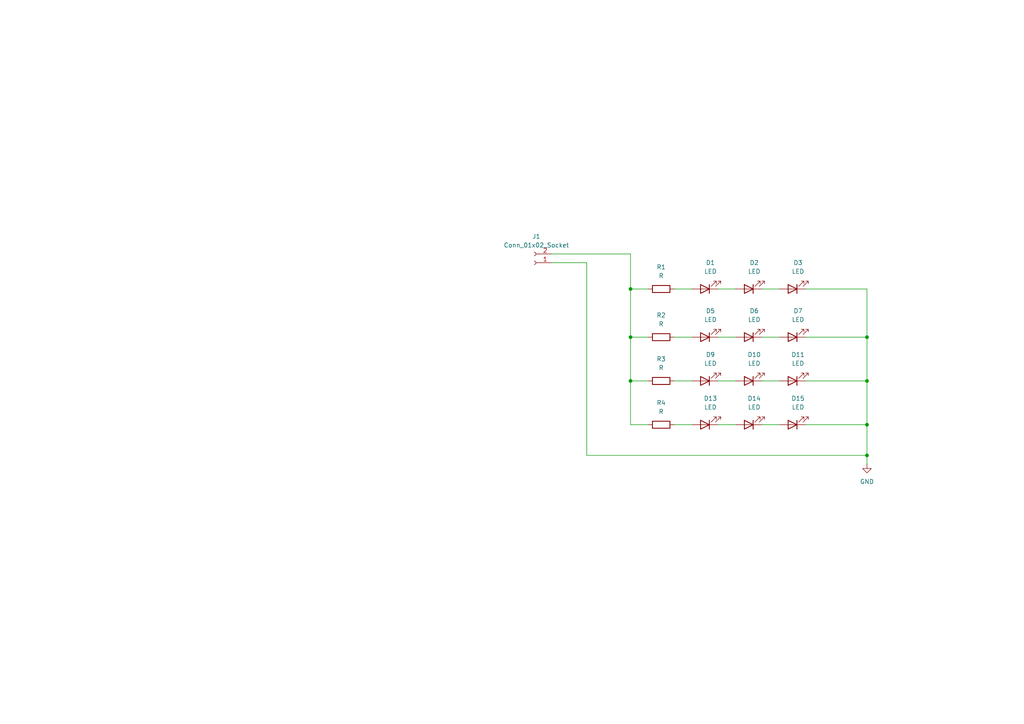
<source format=kicad_sch>
(kicad_sch (version 20250114) (generator "eeschema") (generator_version "9.0")
  (paper "A4")
  (lib_symbols
    (symbol "Connector:Conn_01x02_Socket" (pin_names (offset 1.016) (hide yes))
      (property "Reference" "J" (at 0 2.54 0))
      (property "Value" "Conn_01x02_Socket" (at 0 -5.08 0))
      (symbol "Conn_01x02_Socket_1_1"
        (polyline (pts (xy -1.27 0) (xy -0.508 0)) (stroke (width 0.1524)))
        (polyline (pts (xy -1.27 -2.54) (xy -0.508 -2.54)) (stroke (width 0.1524)))
        (arc (start 0 -0.508) (mid -0.5058 0) (end 0 0.508) (stroke (width 0.1524)))
        (arc (start 0 -3.048) (mid -0.5058 -2.54) (end 0 -2.032) (stroke (width 0.1524)))
        (pin passive line (at -5.08 0 0) (length 3.81) (name "Pin_1") (number "1"))
        (pin passive line (at -5.08 -2.54 0) (length 3.81) (name "Pin_2") (number "2"))
      )
    )
    (symbol "Device:LED" (pin_numbers (hide yes)) (pin_names (offset 1.016) (hide yes))
      (property "Reference" "D" (at 0 2.54 0))
      (property "Value" "LED" (at 0 -2.54 0))
      (symbol "LED_0_1"
        (polyline (pts (xy -3.048 -0.762) (xy -4.572 -2.286) (xy -3.81 -2.286) (xy -4.572 -2.286) (xy -4.572 -1.524)))
        (polyline (pts (xy -1.778 -0.762) (xy -3.302 -2.286) (xy -2.54 -2.286) (xy -3.302 -2.286) (xy -3.302 -1.524)))
        (polyline (pts (xy -1.27 0) (xy 1.27 0)))
        (polyline (pts (xy -1.27 -1.27) (xy -1.27 1.27)) (stroke (width 0.254)))
        (polyline (pts (xy 1.27 -1.27) (xy 1.27 1.27) (xy -1.27 0) (xy 1.27 -1.27)) (stroke (width 0.254)))
      )
      (symbol "LED_1_1"
        (pin passive line (at -3.81 0 0) (length 2.54) (name "K") (number "1"))
        (pin passive line (at 3.81 0 180) (length 2.54) (name "A") (number "2"))
      )
    )
    (symbol "Device:R" (pin_numbers (hide yes)) (pin_names (offset 0))
      (property "Reference" "R" (at 2.032 0 90))
      (property "Value" "R" (at 0 0 90))
      (symbol "R_0_1"
        (rectangle (start -1.016 -2.54) (end 1.016 2.54) (stroke (width 0.254)))
      )
      (symbol "R_1_1"
        (pin passive line (at 0 3.81 270) (length 1.27) (name "~") (number "1"))
        (pin passive line (at 0 -3.81 90) (length 1.27) (name "~") (number "2"))
      )
    )
    (symbol "power:GND" (power) (pin_numbers (hide yes)) (pin_names (offset 0) (hide yes))
      (property "Value" "GND" (at 0 -3.81 0))
      (symbol "GND_0_1"
        (polyline (pts (xy 0 0) (xy 0 -1.27) (xy 1.27 -1.27) (xy 0 -2.54) (xy -1.27 -1.27) (xy 0 -1.27)))
      )
      (symbol "GND_1_1"
        (pin power_in line (at 0 0 270) (length 0) (name "~") (number "1"))
      )
    )
  )
  (junction (at 251.46 97.79))
  (junction (at 182.88 83.82))
  (junction (at 182.88 97.79))
  (junction (at 251.46 110.49))
  (junction (at 251.46 123.19))
  (junction (at 251.46 132.08))
  (junction (at 182.88 110.49))
  (wire (pts (xy 182.88 110.49) (xy 182.88 123.19)))
  (wire (pts (xy 170.18 76.2) (xy 170.18 132.08)))
  (wire (pts (xy 251.46 83.82) (xy 251.46 97.79)))
  (wire (pts (xy 182.88 110.49) (xy 187.96 110.49)))
  (wire (pts (xy 170.18 132.08) (xy 251.46 132.08)))
  (wire (pts (xy 182.88 97.79) (xy 182.88 110.49)))
  (wire (pts (xy 208.28 97.79) (xy 213.36 97.79)))
  (wire (pts (xy 233.68 110.49) (xy 251.46 110.49)))
  (wire (pts (xy 233.68 123.19) (xy 251.46 123.19)))
  (wire (pts (xy 220.98 83.82) (xy 226.06 83.82)))
  (wire (pts (xy 195.58 110.49) (xy 200.66 110.49)))
  (wire (pts (xy 160.02 73.66) (xy 182.88 73.66)))
  (wire (pts (xy 195.58 123.19) (xy 200.66 123.19)))
  (wire (pts (xy 208.28 123.19) (xy 213.36 123.19)))
  (wire (pts (xy 208.28 83.82) (xy 213.36 83.82)))
  (wire (pts (xy 251.46 123.19) (xy 251.46 132.08)))
  (wire (pts (xy 220.98 110.49) (xy 226.06 110.49)))
  (wire (pts (xy 251.46 97.79) (xy 251.46 110.49)))
  (wire (pts (xy 182.88 73.66) (xy 182.88 83.82)))
  (wire (pts (xy 208.28 110.49) (xy 213.36 110.49)))
  (wire (pts (xy 233.68 83.82) (xy 251.46 83.82)))
  (wire (pts (xy 160.02 76.2) (xy 170.18 76.2)))
  (wire (pts (xy 251.46 110.49) (xy 251.46 123.19)))
  (wire (pts (xy 195.58 97.79) (xy 200.66 97.79)))
  (wire (pts (xy 220.98 97.79) (xy 226.06 97.79)))
  (wire (pts (xy 233.68 97.79) (xy 251.46 97.79)))
  (wire (pts (xy 182.88 83.82) (xy 182.88 97.79)))
  (wire (pts (xy 220.98 123.19) (xy 226.06 123.19)))
  (wire (pts (xy 251.46 132.08) (xy 251.46 134.62)))
  (wire (pts (xy 182.88 123.19) (xy 187.96 123.19)))
  (wire (pts (xy 182.88 83.82) (xy 187.96 83.82)))
  (wire (pts (xy 182.88 97.79) (xy 187.96 97.79)))
  (wire (pts (xy 195.58 83.82) (xy 200.66 83.82)))
  (symbol (lib_id "Connector:Conn_01x02_Socket") (at 154.94 76.2 180) (unit 1)
    (property "Reference" "J1" (at 155.575 68.58 0))
    (property "Value" "Conn_01x02_Socket" (at 155.575 71.12 0))
    (property "Footprint" "Connector_PinSocket_2.54mm:PinSocket_1x02_P2.54mm_Vertical" (effects (hide yes)))
    (property "Description" "Generic connector, single row, 01x02, script generated" (effects (hide yes)))
  )
  (symbol (lib_id "Device:LED") (at 217.17 110.49 180) (unit 1)
    (property "Reference" "D10" (at 218.7575 102.87 0))
    (property "Value" "LED" (at 218.7575 105.41 0))
    (property "Footprint" "LED_SMD:LED_1W_3W_R8" (effects (hide yes)))
    (property "Description" "Light emitting diode" (effects (hide yes)))
  )
  (symbol (lib_id "Device:LED") (at 204.47 123.19 180) (unit 1)
    (property "Reference" "D13" (at 206.0575 115.57 0))
    (property "Value" "LED" (at 206.0575 118.11 0))
    (property "Footprint" "LED_SMD:LED_1W_3W_R8" (effects (hide yes)))
    (property "Description" "Light emitting diode" (effects (hide yes)))
  )
  (symbol (lib_id "Device:LED") (at 204.47 110.49 180) (unit 1)
    (property "Reference" "D9" (at 206.0575 102.87 0))
    (property "Value" "LED" (at 206.0575 105.41 0))
    (property "Footprint" "LED_SMD:LED_1W_3W_R8" (effects (hide yes)))
    (property "Description" "Light emitting diode" (effects (hide yes)))
  )
  (symbol (lib_id "Device:R") (at 191.77 83.82 90) (unit 1)
    (property "Reference" "R1" (at 191.77 77.47 90))
    (property "Value" "R" (at 191.77 80.01 90))
    (property "Footprint" "Resistor_SMD:R_1206_3216Metric_Pad1.30x1.75mm_HandSolder" (effects (hide yes)))
    (property "Description" "Resistor" (effects (hide yes)))
  )
  (symbol (lib_id "Device:LED") (at 229.87 110.49 180) (unit 1)
    (property "Reference" "D11" (at 231.4575 102.87 0))
    (property "Value" "LED" (at 231.4575 105.41 0))
    (property "Footprint" "LED_SMD:LED_1W_3W_R8" (effects (hide yes)))
    (property "Description" "Light emitting diode" (effects (hide yes)))
  )
  (symbol (lib_id "Device:LED") (at 229.87 97.79 180) (unit 1)
    (property "Reference" "D7" (at 231.4575 90.17 0))
    (property "Value" "LED" (at 231.4575 92.71 0))
    (property "Footprint" "LED_SMD:LED_1W_3W_R8" (effects (hide yes)))
    (property "Description" "Light emitting diode" (effects (hide yes)))
  )
  (symbol (lib_id "Device:LED") (at 217.17 83.82 180) (unit 1)
    (property "Reference" "D2" (at 218.7575 76.2 0))
    (property "Value" "LED" (at 218.7575 78.74 0))
    (property "Footprint" "LED_SMD:LED_1W_3W_R8" (effects (hide yes)))
    (property "Description" "Light emitting diode" (effects (hide yes)))
  )
  (symbol (lib_id "Device:LED") (at 204.47 83.82 180) (unit 1)
    (property "Reference" "D1" (at 206.0575 76.2 0))
    (property "Value" "LED" (at 206.0575 78.74 0))
    (property "Footprint" "LED_SMD:LED_1W_3W_R8" (effects (hide yes)))
    (property "Description" "Light emitting diode" (effects (hide yes)))
  )
  (symbol (lib_id "Device:R") (at 191.77 97.79 90) (unit 1)
    (property "Reference" "R2" (at 191.77 91.44 90))
    (property "Value" "R" (at 191.77 93.98 90))
    (property "Footprint" "Resistor_SMD:R_1206_3216Metric_Pad1.30x1.75mm_HandSolder" (effects (hide yes)))
    (property "Description" "Resistor" (effects (hide yes)))
  )
  (symbol (lib_id "power:GND") (at 251.46 134.62 0) (unit 1)
    (property "Reference" "#PWR01" (effects (hide yes)))
    (property "Value" "GND" (at 251.46 139.7 0))
    (property "Description" "Power symbol creates a global label with name \"GND\" , ground" (effects (hide yes)))
  )
  (symbol (lib_id "Device:LED") (at 217.17 97.79 180) (unit 1)
    (property "Reference" "D6" (at 218.7575 90.17 0))
    (property "Value" "LED" (at 218.7575 92.71 0))
    (property "Footprint" "LED_SMD:LED_1W_3W_R8" (effects (hide yes)))
    (property "Description" "Light emitting diode" (effects (hide yes)))
  )
  (symbol (lib_id "Device:LED") (at 229.87 123.19 180) (unit 1)
    (property "Reference" "D15" (at 231.4575 115.57 0))
    (property "Value" "LED" (at 231.4575 118.11 0))
    (property "Footprint" "LED_SMD:LED_1W_3W_R8" (effects (hide yes)))
    (property "Description" "Light emitting diode" (effects (hide yes)))
  )
  (symbol (lib_id "Device:LED") (at 229.87 83.82 180) (unit 1)
    (property "Reference" "D3" (at 231.4575 76.2 0))
    (property "Value" "LED" (at 231.4575 78.74 0))
    (property "Footprint" "LED_SMD:LED_1W_3W_R8" (effects (hide yes)))
    (property "Description" "Light emitting diode" (effects (hide yes)))
  )
  (symbol (lib_id "Device:LED") (at 217.17 123.19 180) (unit 1)
    (property "Reference" "D14" (at 218.7575 115.57 0))
    (property "Value" "LED" (at 218.7575 118.11 0))
    (property "Footprint" "LED_SMD:LED_1W_3W_R8" (effects (hide yes)))
    (property "Description" "Light emitting diode" (effects (hide yes)))
  )
  (symbol (lib_id "Device:LED") (at 204.47 97.79 180) (unit 1)
    (property "Reference" "D5" (at 206.0575 90.17 0))
    (property "Value" "LED" (at 206.0575 92.71 0))
    (property "Footprint" "LED_SMD:LED_1W_3W_R8" (effects (hide yes)))
    (property "Description" "Light emitting diode" (effects (hide yes)))
  )
  (symbol (lib_id "Device:R") (at 191.77 123.19 90) (unit 1)
    (property "Reference" "R4" (at 191.77 116.84 90))
    (property "Value" "R" (at 191.77 119.38 90))
    (property "Footprint" "Resistor_SMD:R_1206_3216Metric_Pad1.30x1.75mm_HandSolder" (effects (hide yes)))
    (property "Description" "Resistor" (effects (hide yes)))
  )
  (symbol (lib_id "Device:R") (at 191.77 110.49 90) (unit 1)
    (property "Reference" "R3" (at 191.77 104.14 90))
    (property "Value" "R" (at 191.77 106.68 90))
    (property "Footprint" "Resistor_SMD:R_1206_3216Metric_Pad1.30x1.75mm_HandSolder" (effects (hide yes)))
    (property "Description" "Resistor" (effects (hide yes)))
  )
)
</source>
